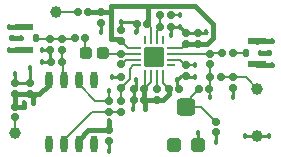
<source format=gtl>
G04*
G04 #@! TF.GenerationSoftware,Altium Limited,Altium Designer,22.2.1 (43)*
G04*
G04 Layer_Physical_Order=1*
G04 Layer_Color=255*
%FSLAX24Y24*%
%MOIN*%
G70*
G04*
G04 #@! TF.SameCoordinates,385840A5-E032-4D16-B727-23F4FCC5E7AD*
G04*
G04*
G04 #@! TF.FilePolarity,Positive*
G04*
G01*
G75*
G04:AMPARAMS|DCode=14|XSize=22.8mil|YSize=62.2mil|CornerRadius=5.7mil|HoleSize=0mil|Usage=FLASHONLY|Rotation=270.000|XOffset=0mil|YOffset=0mil|HoleType=Round|Shape=RoundedRectangle|*
%AMROUNDEDRECTD14*
21,1,0.0228,0.0508,0,0,270.0*
21,1,0.0114,0.0622,0,0,270.0*
1,1,0.0114,-0.0254,-0.0057*
1,1,0.0114,-0.0254,0.0057*
1,1,0.0114,0.0254,0.0057*
1,1,0.0114,0.0254,-0.0057*
%
%ADD14ROUNDEDRECTD14*%
G04:AMPARAMS|DCode=15|XSize=23.6mil|YSize=21.7mil|CornerRadius=5.4mil|HoleSize=0mil|Usage=FLASHONLY|Rotation=90.000|XOffset=0mil|YOffset=0mil|HoleType=Round|Shape=RoundedRectangle|*
%AMROUNDEDRECTD15*
21,1,0.0236,0.0108,0,0,90.0*
21,1,0.0128,0.0217,0,0,90.0*
1,1,0.0108,0.0054,0.0064*
1,1,0.0108,0.0054,-0.0064*
1,1,0.0108,-0.0054,-0.0064*
1,1,0.0108,-0.0054,0.0064*
%
%ADD15ROUNDEDRECTD15*%
G04:AMPARAMS|DCode=16|XSize=19.7mil|YSize=19.7mil|CornerRadius=4.9mil|HoleSize=0mil|Usage=FLASHONLY|Rotation=90.000|XOffset=0mil|YOffset=0mil|HoleType=Round|Shape=RoundedRectangle|*
%AMROUNDEDRECTD16*
21,1,0.0197,0.0098,0,0,90.0*
21,1,0.0098,0.0197,0,0,90.0*
1,1,0.0098,0.0049,0.0049*
1,1,0.0098,0.0049,-0.0049*
1,1,0.0098,-0.0049,-0.0049*
1,1,0.0098,-0.0049,0.0049*
%
%ADD16ROUNDEDRECTD16*%
G04:AMPARAMS|DCode=17|XSize=25.2mil|YSize=25.2mil|CornerRadius=6.3mil|HoleSize=0mil|Usage=FLASHONLY|Rotation=0.000|XOffset=0mil|YOffset=0mil|HoleType=Round|Shape=RoundedRectangle|*
%AMROUNDEDRECTD17*
21,1,0.0252,0.0126,0,0,0.0*
21,1,0.0126,0.0252,0,0,0.0*
1,1,0.0126,0.0063,-0.0063*
1,1,0.0126,-0.0063,-0.0063*
1,1,0.0126,-0.0063,0.0063*
1,1,0.0126,0.0063,0.0063*
%
%ADD17ROUNDEDRECTD17*%
%ADD18O,0.0236X0.0571*%
%ADD19O,0.0098X0.0315*%
%ADD20O,0.0315X0.0098*%
G04:AMPARAMS|DCode=21|XSize=23.6mil|YSize=23.6mil|CornerRadius=5.9mil|HoleSize=0mil|Usage=FLASHONLY|Rotation=90.000|XOffset=0mil|YOffset=0mil|HoleType=Round|Shape=RoundedRectangle|*
%AMROUNDEDRECTD21*
21,1,0.0236,0.0118,0,0,90.0*
21,1,0.0118,0.0236,0,0,90.0*
1,1,0.0118,0.0059,0.0059*
1,1,0.0118,0.0059,-0.0059*
1,1,0.0118,-0.0059,-0.0059*
1,1,0.0118,-0.0059,0.0059*
%
%ADD21ROUNDEDRECTD21*%
G04:AMPARAMS|DCode=22|XSize=25.2mil|YSize=25.2mil|CornerRadius=6.3mil|HoleSize=0mil|Usage=FLASHONLY|Rotation=90.000|XOffset=0mil|YOffset=0mil|HoleType=Round|Shape=RoundedRectangle|*
%AMROUNDEDRECTD22*
21,1,0.0252,0.0126,0,0,90.0*
21,1,0.0126,0.0252,0,0,90.0*
1,1,0.0126,0.0063,0.0063*
1,1,0.0126,0.0063,-0.0063*
1,1,0.0126,-0.0063,-0.0063*
1,1,0.0126,-0.0063,0.0063*
%
%ADD22ROUNDEDRECTD22*%
G04:AMPARAMS|DCode=23|XSize=23.6mil|YSize=23.6mil|CornerRadius=5.9mil|HoleSize=0mil|Usage=FLASHONLY|Rotation=0.000|XOffset=0mil|YOffset=0mil|HoleType=Round|Shape=RoundedRectangle|*
%AMROUNDEDRECTD23*
21,1,0.0236,0.0118,0,0,0.0*
21,1,0.0118,0.0236,0,0,0.0*
1,1,0.0118,0.0059,-0.0059*
1,1,0.0118,-0.0059,-0.0059*
1,1,0.0118,-0.0059,0.0059*
1,1,0.0118,0.0059,0.0059*
%
%ADD23ROUNDEDRECTD23*%
G04:AMPARAMS|DCode=25|XSize=47.2mil|YSize=47.2mil|CornerRadius=11.8mil|HoleSize=0mil|Usage=FLASHONLY|Rotation=0.000|XOffset=0mil|YOffset=0mil|HoleType=Round|Shape=RoundedRectangle|*
%AMROUNDEDRECTD25*
21,1,0.0472,0.0236,0,0,0.0*
21,1,0.0236,0.0472,0,0,0.0*
1,1,0.0236,0.0118,-0.0118*
1,1,0.0236,-0.0118,-0.0118*
1,1,0.0236,-0.0118,0.0118*
1,1,0.0236,0.0118,0.0118*
%
%ADD25ROUNDEDRECTD25*%
G04:AMPARAMS|DCode=26|XSize=63mil|YSize=59.1mil|CornerRadius=14.8mil|HoleSize=0mil|Usage=FLASHONLY|Rotation=0.000|XOffset=0mil|YOffset=0mil|HoleType=Round|Shape=RoundedRectangle|*
%AMROUNDEDRECTD26*
21,1,0.0630,0.0295,0,0,0.0*
21,1,0.0335,0.0591,0,0,0.0*
1,1,0.0295,0.0167,-0.0148*
1,1,0.0295,-0.0167,-0.0148*
1,1,0.0295,-0.0167,0.0148*
1,1,0.0295,0.0167,0.0148*
%
%ADD26ROUNDEDRECTD26*%
G04:AMPARAMS|DCode=27|XSize=37.4mil|YSize=41.3mil|CornerRadius=9.4mil|HoleSize=0mil|Usage=FLASHONLY|Rotation=270.000|XOffset=0mil|YOffset=0mil|HoleType=Round|Shape=RoundedRectangle|*
%AMROUNDEDRECTD27*
21,1,0.0374,0.0226,0,0,270.0*
21,1,0.0187,0.0413,0,0,270.0*
1,1,0.0187,-0.0113,-0.0094*
1,1,0.0187,-0.0113,0.0094*
1,1,0.0187,0.0113,0.0094*
1,1,0.0187,0.0113,-0.0094*
%
%ADD27ROUNDEDRECTD27*%
%ADD28C,0.0394*%
G04:AMPARAMS|DCode=29|XSize=66.1mil|YSize=66.1mil|CornerRadius=3.3mil|HoleSize=0mil|Usage=FLASHONLY|Rotation=0.000|XOffset=0mil|YOffset=0mil|HoleType=Round|Shape=RoundedRectangle|*
%AMROUNDEDRECTD29*
21,1,0.0661,0.0595,0,0,0.0*
21,1,0.0595,0.0661,0,0,0.0*
1,1,0.0066,0.0298,-0.0298*
1,1,0.0066,-0.0298,-0.0298*
1,1,0.0066,-0.0298,0.0298*
1,1,0.0066,0.0298,0.0298*
%
%ADD29ROUNDEDRECTD29*%
%ADD30C,0.0180*%
%ADD31C,0.0100*%
%ADD32C,0.0080*%
%ADD33C,0.0050*%
%ADD34C,0.0180*%
D14*
X699Y3657D02*
D03*
Y4413D02*
D03*
X8465Y3941D02*
D03*
Y3185D02*
D03*
D15*
X1083Y4035D02*
D03*
X8081Y3563D02*
D03*
D16*
X305Y4035D02*
D03*
X8858Y3563D02*
D03*
D17*
X3543Y606D02*
D03*
Y969D02*
D03*
X3937Y3953D02*
D03*
X6496Y3854D02*
D03*
X6102D02*
D03*
X3248Y4906D02*
D03*
X6102Y3134D02*
D03*
X886Y2181D02*
D03*
X394Y2181D02*
D03*
X3937Y2740D02*
D03*
X7677Y2378D02*
D03*
X394Y2543D02*
D03*
X886Y2543D02*
D03*
X6102Y2772D02*
D03*
X3937Y4315D02*
D03*
X6496Y4217D02*
D03*
X6102D02*
D03*
X3248Y4543D02*
D03*
X7677Y2740D02*
D03*
X3937Y2378D02*
D03*
X3543Y1953D02*
D03*
Y1591D02*
D03*
D18*
X2514Y502D02*
D03*
X1514Y2648D02*
D03*
Y502D02*
D03*
X2014D02*
D03*
X3014D02*
D03*
X2014Y2648D02*
D03*
X2514D02*
D03*
X3014D02*
D03*
D19*
X4921Y3996D02*
D03*
Y2854D02*
D03*
X5315D02*
D03*
X4724D02*
D03*
X5118D02*
D03*
X5315Y3996D02*
D03*
X5118D02*
D03*
X4724D02*
D03*
D20*
X5591Y3720D02*
D03*
X4449D02*
D03*
X5591Y3327D02*
D03*
X4449Y3524D02*
D03*
Y3327D02*
D03*
Y3130D02*
D03*
X5591D02*
D03*
Y3524D02*
D03*
D21*
X2835Y4921D02*
D03*
X5591Y4823D02*
D03*
Y4429D02*
D03*
X1594Y3248D02*
D03*
X2480Y4921D02*
D03*
X6870Y2362D02*
D03*
X6516D02*
D03*
X6909Y2756D02*
D03*
X7264D02*
D03*
X7657Y3563D02*
D03*
X7303D02*
D03*
X5236Y4823D02*
D03*
Y4429D02*
D03*
X2736Y4035D02*
D03*
X2382D02*
D03*
X1949Y3248D02*
D03*
D22*
X4807Y4528D02*
D03*
X5512Y2362D02*
D03*
X4709D02*
D03*
X4709Y1969D02*
D03*
X4346Y2362D02*
D03*
X5874D02*
D03*
X4346Y1969D02*
D03*
X4445Y4528D02*
D03*
D23*
X5118Y1988D02*
D03*
X394Y1752D02*
D03*
X7087Y906D02*
D03*
X1575Y3661D02*
D03*
X394Y1398D02*
D03*
X7087Y1260D02*
D03*
X6890Y3524D02*
D03*
Y3169D02*
D03*
X5118Y2343D02*
D03*
X3937Y1594D02*
D03*
Y1949D02*
D03*
Y3524D02*
D03*
Y3169D02*
D03*
X1575Y4016D02*
D03*
X1969D02*
D03*
Y3661D02*
D03*
D25*
X6496Y472D02*
D03*
X5709D02*
D03*
D26*
X6102Y1752D02*
D03*
D27*
X2766Y3543D02*
D03*
X3337D02*
D03*
D28*
X8465Y787D02*
D03*
X1772Y4921D02*
D03*
X394Y886D02*
D03*
X8465Y2362D02*
D03*
D29*
X5020Y3425D02*
D03*
D30*
X5118Y1988D02*
X5335D01*
X5512Y2165D02*
Y2362D01*
X5335Y1988D02*
X5512Y2165D01*
X6988Y4035D02*
Y4528D01*
X6409Y5107D02*
X6988Y4528D01*
X4823Y5107D02*
X6409D01*
X689Y1772D02*
Y1870D01*
X886Y2181D02*
X1083D01*
X1208D01*
X984Y1870D02*
Y2083D01*
X1083Y2181D01*
X1208D02*
X1514Y2487D01*
X8455Y3921D02*
X8470Y3937D01*
X8945D01*
X8455Y3165D02*
X8470Y3150D01*
X8945D01*
X8563Y3543D02*
X8848D01*
X305Y4035D02*
X591D01*
X208Y4429D02*
X683D01*
X699Y4413D01*
X208Y3642D02*
X683D01*
X699Y3657D01*
X3590Y5107D02*
X4823D01*
X4807Y4528D02*
X4823Y4543D01*
Y5107D01*
X3893Y3997D02*
X3937Y3953D01*
X3590Y3997D02*
X3893D01*
X3243Y4911D02*
X3590D01*
Y5107D01*
Y3997D02*
Y4911D01*
X3240Y4913D02*
X3243Y4911D01*
X404Y1762D02*
X679D01*
X689Y1772D01*
X394Y1752D02*
X404Y1762D01*
X1514Y2487D02*
Y2648D01*
X4719Y1978D02*
X5108D01*
X4717Y1681D02*
Y1961D01*
X6807Y3854D02*
X6988Y4035D01*
X6496Y3854D02*
X6807D01*
X3543Y969D02*
Y1280D01*
X2514Y644D02*
X2839Y969D01*
X3543D01*
X6102Y3854D02*
X6496D01*
X2514Y502D02*
Y644D01*
X6090Y3854D02*
X6102D01*
X2843Y4913D02*
X3240D01*
X2835Y4921D02*
X2843Y4913D01*
X394Y1752D02*
Y2181D01*
X394Y2181D01*
X886D01*
X4709Y1969D02*
Y2362D01*
D31*
X8465Y787D02*
X8858D01*
X8071D02*
X8465D01*
X7677Y2067D02*
Y2378D01*
X5921Y2772D02*
X6102D01*
X5807Y2657D02*
X5921Y2772D01*
X5807Y2429D02*
Y2657D01*
X6118Y2756D02*
X6398D01*
X6102Y2772D02*
X6118Y2756D01*
X5807Y2429D02*
X5874Y2362D01*
X6496Y472D02*
Y886D01*
X7087Y591D02*
Y906D01*
X3543Y295D02*
Y606D01*
X6496Y4217D02*
X6776D01*
X6758Y4232D02*
X6791D01*
X6776Y4217D02*
X6791Y4232D01*
X6102Y4217D02*
X6496D01*
X5591Y4429D02*
X5906D01*
Y4413D02*
Y4429D01*
Y4413D02*
X6102Y4217D01*
X5591Y4154D02*
X5610Y4134D01*
X5591Y4154D02*
Y4429D01*
X4429Y4232D02*
X4445Y4248D01*
Y4528D01*
X4380Y4593D02*
X4445Y4528D01*
X3937Y4593D02*
X4380D01*
X3937Y4315D02*
Y4593D01*
X3248Y4232D02*
Y4543D01*
X1280Y3642D02*
X1299Y3661D01*
X1575D01*
X1280Y3248D02*
X1280Y3248D01*
X1594D01*
X1575Y3268D02*
X1594Y3248D01*
X1575Y3268D02*
Y3661D01*
X3642Y2756D02*
X3921D01*
X3937Y2740D01*
X4429Y2445D02*
Y2657D01*
X4346Y2362D02*
X4429Y2445D01*
X4331Y1673D02*
Y1953D01*
X4346Y1969D01*
X4346Y1969D02*
X4346Y1969D01*
X4346Y1969D02*
Y2362D01*
X886Y2543D02*
Y3051D01*
X394Y2543D02*
Y2854D01*
Y2543D02*
X394Y2543D01*
X886D01*
D32*
X6110Y3142D02*
X6390D01*
X6102Y3134D02*
X6110Y3142D01*
X6390D02*
X6398Y3150D01*
X5591Y4823D02*
X5906D01*
X4709Y1969D02*
X4719Y1978D01*
X5108D02*
X5118Y1988D01*
X4709Y1969D02*
X4717Y1961D01*
X4709Y1969D02*
X4709Y1969D01*
X4717Y1681D02*
X4724Y1673D01*
X4843Y3248D02*
X5020Y3425D01*
X4823Y3248D02*
X4843D01*
X5591Y3720D02*
X5956D01*
X6090Y3854D01*
X1772Y4921D02*
X2480D01*
X4169Y3720D02*
X4449D01*
X3937Y3953D02*
X4169Y3720D01*
X4921Y3996D02*
Y4401D01*
X4807Y4515D02*
X4921Y4401D01*
X4807Y4515D02*
Y4528D01*
X5591Y3327D02*
X5909D01*
X6102Y3134D01*
X5315Y2559D02*
Y2854D01*
Y2559D02*
X5512Y2362D01*
X4921Y2575D02*
Y2854D01*
X4724Y2378D02*
Y2854D01*
X4709Y2362D02*
X4921Y2575D01*
X4709Y2362D02*
X4709Y2362D01*
X394Y886D02*
Y1398D01*
D33*
X5236Y4429D02*
Y4823D01*
X5118Y4293D02*
X5236Y4411D01*
X5118Y3996D02*
Y4293D01*
X5236Y4411D02*
Y4429D01*
X6880Y2372D02*
X6890Y2382D01*
X6870Y2362D02*
X6880Y2372D01*
Y2077D02*
Y2372D01*
Y2077D02*
X6890Y2067D01*
X3543Y1953D02*
Y2264D01*
X7677Y2740D02*
X8087D01*
X8501Y2325D01*
X7657Y3563D02*
X8081D01*
X6909Y3543D02*
X7283D01*
X6890Y3524D02*
X6909Y3543D01*
X7283D02*
X7303Y3563D01*
X7272Y2748D02*
X7669D01*
X7264Y2756D02*
X7272Y2748D01*
X7669D02*
X7677Y2740D01*
X6102Y1752D02*
X6594D01*
X7087Y1260D01*
X6247Y1896D02*
Y2093D01*
X6516Y2362D01*
X6102Y1752D02*
X6247Y1896D01*
X6890Y2736D02*
X6909Y2756D01*
X6890Y2382D02*
Y2736D01*
X6890Y3169D02*
X6900Y3159D01*
Y2766D02*
Y3159D01*
Y2766D02*
X6909Y2756D01*
X5591Y3524D02*
X6890D01*
X5591Y3524D02*
X5591Y3524D01*
X4341Y3130D02*
X4449D01*
X3937Y2378D02*
X4232Y2673D01*
Y3022D02*
X4341Y3130D01*
X4232Y2673D02*
Y3022D01*
X3937Y3524D02*
X4449D01*
X3356D02*
X3937D01*
X4094Y3327D02*
X4449D01*
X3937Y3169D02*
X4094Y3327D01*
X5118Y2343D02*
Y2854D01*
X4449Y3524D02*
X4449Y3524D01*
X2736Y3573D02*
X2766Y3543D01*
X2736Y3573D02*
Y4035D01*
X3337Y3543D02*
X3356Y3524D01*
X3937Y1949D02*
Y2378D01*
X3935Y1593D02*
X3937Y1594D01*
X3543Y1591D02*
X3545Y1593D01*
X3935D01*
X2014Y502D02*
Y636D01*
X2969Y1591D02*
X3543D01*
X2014Y636D02*
X2969Y1591D01*
X2514Y2506D02*
Y2648D01*
X3067Y1953D02*
X3543D01*
X2514Y2506D02*
X3067Y1953D01*
X1981Y2680D02*
X2014Y2648D01*
X1981Y2680D02*
Y3216D01*
X1949Y3248D02*
X1981Y3216D01*
X1949Y3248D02*
X1959Y3258D01*
Y3652D02*
X1969Y3661D01*
X1959Y3258D02*
Y3652D01*
X2372Y4026D02*
X2382Y4035D01*
X1969Y4016D02*
X1978Y4026D01*
X2372D01*
X1575Y4016D02*
X1969D01*
X1565Y4026D02*
X1575Y4016D01*
X1083Y4035D02*
X1093Y4026D01*
X1565D01*
D34*
X8858Y787D02*
D03*
X8071D02*
D03*
X7677Y2067D02*
D03*
X5807Y2657D02*
D03*
X6398Y2756D02*
D03*
X6496Y886D02*
D03*
X7087Y591D02*
D03*
X3543Y295D02*
D03*
X6758Y4232D02*
D03*
X5906Y4429D02*
D03*
X5610Y4134D02*
D03*
X4429Y4232D02*
D03*
X3937Y4593D02*
D03*
X3248Y4232D02*
D03*
X1280Y3642D02*
D03*
Y3248D02*
D03*
X689Y1870D02*
D03*
X984D02*
D03*
X3642Y2756D02*
D03*
X4429Y2657D02*
D03*
X4331Y1673D02*
D03*
X8945Y3937D02*
D03*
Y3150D02*
D03*
X8563Y3543D02*
D03*
X591Y4035D02*
D03*
X208Y4429D02*
D03*
Y3642D02*
D03*
X886Y3051D02*
D03*
X394Y2854D02*
D03*
X6398Y3150D02*
D03*
X5906Y4823D02*
D03*
X4724Y1673D02*
D03*
X3543Y1280D02*
D03*
X3590Y3997D02*
D03*
X4843Y3622D02*
D03*
X5217Y3602D02*
D03*
X5197Y3228D02*
D03*
X4823Y3248D02*
D03*
X6890Y2067D02*
D03*
X3543Y2264D02*
D03*
M02*

</source>
